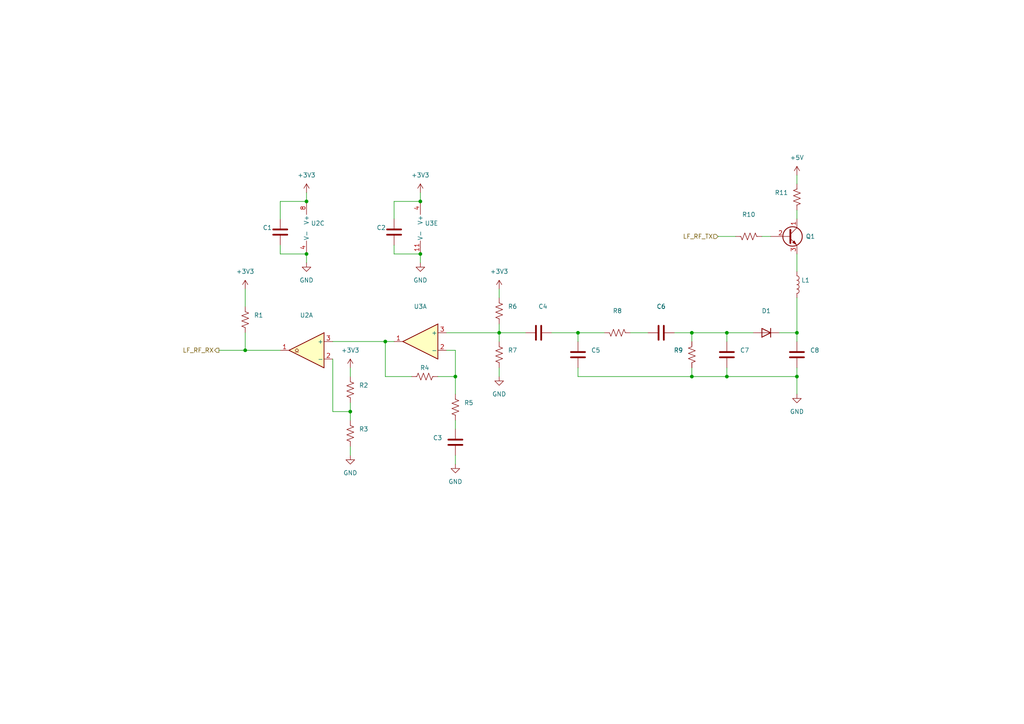
<source format=kicad_sch>
(kicad_sch (version 20211123) (generator eeschema)
  (paper "A4")
  (title_block (title "Labpass RFID Reader - Low Frquency RF"))
  (lib_symbols
    (symbol "Amplifier_Operational:LM324" (pin_names (offset 0.127))
      (property "Reference" "U" (at 0 5.08 0))
      (property "Value" "LM324" (at 0 -5.08 0))
      (symbol "LM324_1_1"
        (polyline (pts (xy -5.08 5.08) (xy 5.08 0) (xy -5.08 -5.08) (xy -5.08 5.08)) (stroke (width 0.254)) (fill (type background)))
        (pin output line (at 7.62 0 180) (length 2.54) (name "~") (number "1"))
        (pin input line (at -7.62 -2.54 0) (length 2.54) (name "-") (number "2"))
        (pin input line (at -7.62 2.54 0) (length 2.54) (name "+") (number "3"))
      )
      (symbol "LM324_2_1"
        (polyline (pts (xy -5.08 5.08) (xy 5.08 0) (xy -5.08 -5.08) (xy -5.08 5.08)) (stroke (width 0.254)) (fill (type background)))
        (pin input line (at -7.62 2.54 0) (length 2.54) (name "+") (number "5"))
        (pin input line (at -7.62 -2.54 0) (length 2.54) (name "-") (number "6"))
        (pin output line (at 7.62 0 180) (length 2.54) (name "~") (number "7"))
      )
      (symbol "LM324_3_1"
        (polyline (pts (xy -5.08 5.08) (xy 5.08 0) (xy -5.08 -5.08) (xy -5.08 5.08)) (stroke (width 0.254)) (fill (type background)))
        (pin input line (at -7.62 2.54 0) (length 2.54) (name "+") (number "10"))
        (pin output line (at 7.62 0 180) (length 2.54) (name "~") (number "8"))
        (pin input line (at -7.62 -2.54 0) (length 2.54) (name "-") (number "9"))
      )
      (symbol "LM324_4_1"
        (polyline (pts (xy -5.08 5.08) (xy 5.08 0) (xy -5.08 -5.08) (xy -5.08 5.08)) (stroke (width 0.254)) (fill (type background)))
        (pin input line (at -7.62 2.54 0) (length 2.54) (name "+") (number "12"))
        (pin input line (at -7.62 -2.54 0) (length 2.54) (name "-") (number "13"))
        (pin output line (at 7.62 0 180) (length 2.54) (name "~") (number "14"))
      )
      (symbol "LM324_5_1"
        (pin power_in line (at -2.54 -7.62 90) (length 3.81) (name "V-") (number "11"))
        (pin power_in line (at -2.54 7.62 270) (length 3.81) (name "V+") (number "4"))
      )
    )
    (symbol "Comparator:LM393" (pin_names (offset 0.127))
      (property "Reference" "U" (at 3.81 3.81 0))
      (property "Value" "LM393" (at 6.35 -3.81 0))
      (symbol "LM393_1_1"
        (polyline (pts (xy -5.08 5.08) (xy 5.08 0) (xy -5.08 -5.08) (xy -5.08 5.08)) (stroke (width 0.254)) (fill (type background)))
        (polyline (pts (xy 3.302 -0.508) (xy 2.794 -0.508) (xy 3.302 0) (xy 2.794 0.508) (xy 2.286 0) (xy 2.794 -0.508) (xy 2.286 -0.508)) (stroke (width 0.127)))
        (pin open_collector line (at 7.62 0 180) (length 2.54) (name "~") (number "1"))
        (pin input line (at -7.62 -2.54 0) (length 2.54) (name "-") (number "2"))
        (pin input line (at -7.62 2.54 0) (length 2.54) (name "+") (number "3"))
      )
      (symbol "LM393_2_1"
        (polyline (pts (xy -5.08 5.08) (xy 5.08 0) (xy -5.08 -5.08) (xy -5.08 5.08)) (stroke (width 0.254)) (fill (type background)))
        (polyline (pts (xy 3.302 -0.508) (xy 2.794 -0.508) (xy 3.302 0) (xy 2.794 0.508) (xy 2.286 0) (xy 2.794 -0.508) (xy 2.286 -0.508)) (stroke (width 0.127)))
        (pin input line (at -7.62 2.54 0) (length 2.54) (name "+") (number "5"))
        (pin input line (at -7.62 -2.54 0) (length 2.54) (name "_") (number "6"))
        (pin open_collector line (at 7.62 0 180) (length 2.54) (name "~") (number "7"))
      )
      (symbol "LM393_3_1"
        (pin power_in line (at -2.54 -7.62 90) (length 3.81) (name "V-") (number "4"))
        (pin power_in line (at -2.54 7.62 270) (length 3.81) (name "V+") (number "8"))
      )
    )
    (symbol "Device:C" (pin_numbers hide) (pin_names (offset 0.254))
      (property "Reference" "C" (at 0.635 2.54 0))
      (property "Value" "C" (at 0.635 -2.54 0))
      (symbol "C_0_1"
        (polyline (pts (xy -2.032 -0.762) (xy 2.032 -0.762)) (stroke (width 0.508)))
        (polyline (pts (xy -2.032 0.762) (xy 2.032 0.762)) (stroke (width 0.508)))
      )
      (symbol "C_1_1"
        (pin passive line (at 0 3.81 270) (length 2.794) (name "~") (number "1"))
        (pin passive line (at 0 -3.81 90) (length 2.794) (name "~") (number "2"))
      )
    )
    (symbol "Device:D" (pin_numbers hide) (pin_names (offset 1.016) hide)
      (property "Reference" "D" (at 0 2.54 0))
      (property "Value" "D" (at 0 -2.54 0))
      (symbol "D_0_1"
        (polyline (pts (xy -1.27 1.27) (xy -1.27 -1.27)) (stroke (width 0.254)))
        (polyline (pts (xy 1.27 0) (xy -1.27 0)))
        (polyline (pts (xy 1.27 1.27) (xy 1.27 -1.27) (xy -1.27 0) (xy 1.27 1.27)) (stroke (width 0.254)))
      )
      (symbol "D_1_1"
        (pin passive line (at -3.81 0 0) (length 2.54) (name "K") (number "1"))
        (pin passive line (at 3.81 0 180) (length 2.54) (name "A") (number "2"))
      )
    )
    (symbol "Device:L" (pin_numbers hide) (pin_names (offset 1.016) hide)
      (property "Reference" "L" (at -1.27 0 90))
      (property "Value" "L" (at 1.905 0 90))
      (symbol "L_0_1"
        (arc (start 0 -2.54) (mid 0.635 -1.905) (end 0 -1.27))
        (arc (start 0 -1.27) (mid 0.635 -0.635) (end 0 0))
        (arc (start 0 0) (mid 0.635 0.635) (end 0 1.27))
        (arc (start 0 1.27) (mid 0.635 1.905) (end 0 2.54))
      )
      (symbol "L_1_1"
        (pin passive line (at 0 3.81 270) (length 1.27) (name "1") (number "1"))
        (pin passive line (at 0 -3.81 90) (length 1.27) (name "2") (number "2"))
      )
    )
    (symbol "Device:Q_NPN_CBE" (pin_names (offset 0) hide)
      (property "Reference" "Q" (at 5.08 1.27 0))
      (property "Value" "Q_NPN_CBE" (at 5.08 -1.27 0))
      (symbol "Q_NPN_CBE_0_1"
        (polyline (pts (xy 0.635 0.635) (xy 2.54 2.54)))
        (polyline (pts (xy 0.635 -0.635) (xy 2.54 -2.54) (xy 2.54 -2.54)))
        (polyline (pts (xy 0.635 1.905) (xy 0.635 -1.905) (xy 0.635 -1.905)) (stroke (width 0.508)))
        (polyline (pts (xy 1.27 -1.778) (xy 1.778 -1.27) (xy 2.286 -2.286) (xy 1.27 -1.778) (xy 1.27 -1.778)) (fill (type outline)))
        (circle (center 1.27 0) (radius 2.8194) (stroke (width 0.254)))
      )
      (symbol "Q_NPN_CBE_1_1"
        (pin passive line (at 2.54 5.08 270) (length 2.54) (name "C") (number "1"))
        (pin input line (at -5.08 0 0) (length 5.715) (name "B") (number "2"))
        (pin passive line (at 2.54 -5.08 90) (length 2.54) (name "E") (number "3"))
      )
    )
    (symbol "Device:R_US" (pin_numbers hide) (pin_names (offset 0))
      (property "Reference" "R" (at 2.54 0 90))
      (property "Value" "R_US" (at -2.54 0 90))
      (symbol "R_US_0_1"
        (polyline (pts (xy 0 -2.286) (xy 0 -2.54)))
        (polyline (pts (xy 0 2.286) (xy 0 2.54)))
        (polyline (pts (xy 0 -0.762) (xy 1.016 -1.143) (xy 0 -1.524) (xy -1.016 -1.905) (xy 0 -2.286)))
        (polyline (pts (xy 0 0.762) (xy 1.016 0.381) (xy 0 0) (xy -1.016 -0.381) (xy 0 -0.762)))
        (polyline (pts (xy 0 2.286) (xy 1.016 1.905) (xy 0 1.524) (xy -1.016 1.143) (xy 0 0.762)))
      )
      (symbol "R_US_1_1"
        (pin passive line (at 0 3.81 270) (length 1.27) (name "~") (number "1"))
        (pin passive line (at 0 -3.81 90) (length 1.27) (name "~") (number "2"))
      )
    )
    (symbol "power:+3.3V" (power) (pin_names (offset 0))
      (property "Value" "+3.3V" (at 0 3.556 0))
      (symbol "+3.3V_0_1"
        (polyline (pts (xy -0.762 1.27) (xy 0 2.54)))
        (polyline (pts (xy 0 0) (xy 0 2.54)))
        (polyline (pts (xy 0 2.54) (xy 0.762 1.27)))
      )
      (symbol "+3.3V_1_1"
        (pin power_in line (at 0 0 90) (length 0) hide (name "+3V3") (number "1"))
      )
    )
    (symbol "power:+5V" (power) (pin_names (offset 0))
      (property "Value" "+5V" (at 0 3.556 0))
      (symbol "+5V_0_1"
        (polyline (pts (xy -0.762 1.27) (xy 0 2.54)))
        (polyline (pts (xy 0 0) (xy 0 2.54)))
        (polyline (pts (xy 0 2.54) (xy 0.762 1.27)))
      )
      (symbol "+5V_1_1"
        (pin power_in line (at 0 0 90) (length 0) hide (name "+5V") (number "1"))
      )
    )
    (symbol "power:GND" (power) (pin_names (offset 0))
      (property "Value" "GND" (at 0 -3.81 0))
      (symbol "GND_0_1"
        (polyline (pts (xy 0 0) (xy 0 -1.27) (xy 1.27 -1.27) (xy 0 -2.54) (xy -1.27 -1.27) (xy 0 -1.27)))
      )
      (symbol "GND_1_1"
        (pin power_in line (at 0 0 270) (length 0) hide (name "GND") (number "1"))
      )
    )
  )
  (junction (at 88.9 58.42))
  (junction (at 132.08 109.22))
  (junction (at 111.76 99.06))
  (junction (at 200.66 109.22))
  (junction (at 144.78 96.52))
  (junction (at 167.64 96.52))
  (junction (at 210.82 96.52))
  (junction (at 231.14 109.22))
  (junction (at 88.9 73.66))
  (junction (at 200.66 96.52))
  (junction (at 71.12 101.6))
  (junction (at 231.14 96.52))
  (junction (at 210.82 109.22))
  (junction (at 121.92 58.42))
  (junction (at 101.6 119.38))
  (junction (at 121.92 73.66))
  (wire (pts (xy 182.88 96.52) (xy 187.96 96.52)))
  (wire (pts (xy 111.76 99.06) (xy 111.76 109.22)))
  (wire (pts (xy 167.64 109.22) (xy 200.66 109.22)))
  (wire (pts (xy 121.92 55.88) (xy 121.92 58.42)))
  (wire (pts (xy 111.76 99.06) (xy 114.3 99.06)))
  (wire (pts (xy 81.28 71.12) (xy 81.28 73.66)))
  (wire (pts (xy 101.6 116.84) (xy 101.6 119.38)))
  (wire (pts (xy 81.28 58.42) (xy 88.9 58.42)))
  (wire (pts (xy 144.78 83.82) (xy 144.78 86.36)))
  (wire (pts (xy 71.12 83.82) (xy 71.12 88.9)))
  (wire (pts (xy 144.78 93.98) (xy 144.78 96.52)))
  (wire (pts (xy 210.82 106.68) (xy 210.82 109.22)))
  (wire (pts (xy 144.78 96.52) (xy 144.78 99.06)))
  (wire (pts (xy 101.6 129.54) (xy 101.6 132.08)))
  (wire (pts (xy 160.02 96.52) (xy 167.64 96.52)))
  (wire (pts (xy 81.28 73.66) (xy 88.9 73.66)))
  (wire (pts (xy 210.82 96.52) (xy 210.82 99.06)))
  (wire (pts (xy 200.66 109.22) (xy 210.82 109.22)))
  (wire (pts (xy 167.64 106.68) (xy 167.64 109.22)))
  (wire (pts (xy 81.28 101.6) (xy 71.12 101.6)))
  (wire (pts (xy 210.82 96.52) (xy 218.44 96.52)))
  (wire (pts (xy 101.6 106.68) (xy 101.6 109.22)))
  (wire (pts (xy 132.08 101.6) (xy 132.08 109.22)))
  (wire (pts (xy 129.54 96.52) (xy 144.78 96.52)))
  (wire (pts (xy 144.78 106.68) (xy 144.78 109.22)))
  (wire (pts (xy 231.14 86.36) (xy 231.14 96.52)))
  (wire (pts (xy 167.64 96.52) (xy 167.64 99.06)))
  (wire (pts (xy 132.08 109.22) (xy 127 109.22)))
  (wire (pts (xy 88.9 55.88) (xy 88.9 58.42)))
  (wire (pts (xy 96.52 99.06) (xy 111.76 99.06)))
  (wire (pts (xy 132.08 132.08) (xy 132.08 134.62)))
  (wire (pts (xy 231.14 96.52) (xy 231.14 99.06)))
  (wire (pts (xy 210.82 109.22) (xy 231.14 109.22)))
  (wire (pts (xy 200.66 96.52) (xy 210.82 96.52)))
  (wire (pts (xy 231.14 50.8) (xy 231.14 53.34)))
  (wire (pts (xy 175.26 96.52) (xy 167.64 96.52)))
  (wire (pts (xy 200.66 106.68) (xy 200.66 109.22)))
  (wire (pts (xy 121.92 58.42) (xy 114.3 58.42)))
  (wire (pts (xy 231.14 60.96) (xy 231.14 63.5)))
  (wire (pts (xy 71.12 96.52) (xy 71.12 101.6)))
  (wire (pts (xy 129.54 101.6) (xy 132.08 101.6)))
  (wire (pts (xy 96.52 104.14) (xy 96.52 119.38)))
  (wire (pts (xy 226.06 96.52) (xy 231.14 96.52)))
  (wire (pts (xy 231.14 106.68) (xy 231.14 109.22)))
  (wire (pts (xy 200.66 96.52) (xy 200.66 99.06)))
  (wire (pts (xy 119.38 109.22) (xy 111.76 109.22)))
  (wire (pts (xy 208.28 68.58) (xy 213.36 68.58)))
  (wire (pts (xy 220.98 68.58) (xy 223.52 68.58)))
  (wire (pts (xy 231.14 73.66) (xy 231.14 78.74)))
  (wire (pts (xy 195.58 96.52) (xy 200.66 96.52)))
  (wire (pts (xy 114.3 71.12) (xy 114.3 73.66)))
  (wire (pts (xy 96.52 119.38) (xy 101.6 119.38)))
  (wire (pts (xy 144.78 96.52) (xy 152.4 96.52)))
  (wire (pts (xy 114.3 58.42) (xy 114.3 63.5)))
  (wire (pts (xy 81.28 63.5) (xy 81.28 58.42)))
  (wire (pts (xy 132.08 109.22) (xy 132.08 114.3)))
  (wire (pts (xy 121.92 73.66) (xy 121.92 76.2)))
  (wire (pts (xy 101.6 119.38) (xy 101.6 121.92)))
  (wire (pts (xy 132.08 121.92) (xy 132.08 124.46)))
  (wire (pts (xy 231.14 109.22) (xy 231.14 114.3)))
  (wire (pts (xy 63.5 101.6) (xy 71.12 101.6)))
  (wire (pts (xy 88.9 73.66) (xy 88.9 76.2)))
  (wire (pts (xy 114.3 73.66) (xy 121.92 73.66)))
  (hierarchical_label "LF_RF_TX" (shape input) (at 208.28 68.58 180))
  (hierarchical_label "LF_RF_RX" (shape output) (at 63.5 101.6 180))
  (symbol (lib_id "Device:R_US") (at 144.78 102.87 0) (unit 1)
    (property "Reference" "R7" (at 147.32 101.6 0) (effects (justify left)))
  )
  (symbol (lib_id "Amplifier_Operational:LM324") (at 124.46 66.04 0) (unit 5)
    (property "Reference" "U3" (at 123.19 64.7699 0) (effects (justify left)))
    (property "Datasheet" "http://www.ti.com/lit/ds/symlink/lm2902-n.pdf" (effects hide))
  )
  (symbol (lib_id "power:+5V") (at 231.14 50.8 0) (unit 1)
    (property "Reference" "#PWR011" (effects hide))
  )
  (symbol (lib_id "Device:R_US") (at 179.07 96.52 90) (mirror x) (unit 1)
    (property "Reference" "R8" (at 179.07 90.17 90))
  )
  (symbol (lib_id "Device:R_US") (at 101.6 125.73 0) (unit 1)
    (property "Reference" "R3" (at 104.14 124.46 0) (effects (justify left)))
  )
  (symbol (lib_id "power:+3.3V") (at 121.92 55.88 0) (unit 1)
    (property "Reference" "#PWR06" (effects hide))
    (property "Value" "+3.3V" (at 121.92 50.8 0))
  )
  (symbol (lib_id "Device:C") (at 231.14 102.87 0) (mirror y) (unit 1)
    (property "Reference" "C8" (at 234.95 101.5999 0) (effects (justify right)))
  )
  (symbol (lib_id "Comparator:LM393") (at 91.44 66.04 0) (unit 3)
    (property "Reference" "U2" (at 90.17 64.7699 0) (effects (justify left)))
    (property "Datasheet" "http://www.ti.com/lit/ds/symlink/lm393.pdf" (effects hide))
  )
  (symbol (lib_id "Device:R_US") (at 217.17 68.58 90) (mirror x) (unit 1)
    (property "Reference" "R10" (at 217.17 62.23 90))
  )
  (symbol (lib_id "Comparator:LM393") (at 88.9 101.6 0) (mirror y) (unit 1)
    (property "Reference" "U2" (at 88.9 91.44 0))
    (property "Datasheet" "http://www.ti.com/lit/ds/symlink/lm393.pdf" (effects hide))
  )
  (symbol (lib_id "Device:C") (at 191.77 96.52 270) (mirror x) (unit 1)
    (property "Reference" "C6" (at 191.77 88.9 90))
  )
  (symbol (lib_id "Device:R_US") (at 123.19 109.22 270) (unit 1)
    (property "Reference" "R4" (at 123.19 106.68 90))
  )
  (symbol (lib_id "Device:C") (at 156.21 96.52 90) (unit 1)
    (property "Reference" "C4" (at 157.48 88.9 90))
  )
  (symbol (lib_id "Device:R_US") (at 71.12 92.71 0) (unit 1)
    (property "Reference" "R1" (at 73.66 91.44 0) (effects (justify left)))
  )
  (symbol (lib_id "Amplifier_Operational:LM324") (at 121.92 99.06 0) (mirror y) (unit 1)
    (property "Reference" "U3" (at 121.92 88.9 0))
    (property "Datasheet" "http://www.ti.com/lit/ds/symlink/lm2902-n.pdf" (effects hide))
  )
  (symbol (lib_id "Device:R_US") (at 231.14 57.15 0) (mirror x) (unit 1)
    (property "Reference" "R11" (at 228.6 55.8799 0) (effects (justify right)))
  )
  (symbol (lib_id "Device:C") (at 132.08 128.27 0) (mirror x) (unit 1)
    (property "Reference" "C3" (at 128.27 126.9999 0) (effects (justify right)))
  )
  (symbol (lib_id "Device:C") (at 167.64 102.87 0) (mirror y) (unit 1)
    (property "Reference" "C5" (at 171.45 101.5999 0) (effects (justify right)))
  )
  (symbol (lib_id "power:GND") (at 101.6 132.08 0) (unit 1)
    (property "Reference" "#PWR05" (effects hide))
  )
  (symbol (lib_id "Device:R_US") (at 200.66 102.87 0) (mirror x) (unit 1)
    (property "Reference" "R9" (at 198.12 101.5999 0) (effects (justify right)))
  )
  (symbol (lib_id "Device:L") (at 231.14 82.55 0) (unit 1)
    (property "Reference" "L1" (at 232.41 81.2799 0) (effects (justify left)))
  )
  (symbol (lib_id "Device:R_US") (at 144.78 90.17 0) (unit 1)
    (property "Reference" "R6" (at 147.32 88.9 0) (effects (justify left)))
  )
  (symbol (lib_id "power:GND") (at 88.9 76.2 0) (unit 1)
    (property "Reference" "#PWR03" (effects hide))
    (property "Value" "GND" (at 88.9 81.28 0))
  )
  (symbol (lib_id "power:+3.3V") (at 101.6 106.68 0) (unit 1)
    (property "Reference" "#PWR04" (effects hide))
  )
  (symbol (lib_id "Device:R_US") (at 132.08 118.11 0) (unit 1)
    (property "Reference" "R5" (at 134.62 116.84 0) (effects (justify left)))
  )
  (symbol (lib_id "Device:D") (at 222.25 96.52 180) (unit 1)
    (property "Reference" "D1" (at 222.25 90.17 0))
  )
  (symbol (lib_id "Device:Q_NPN_CBE") (at 228.6 68.58 0) (unit 1)
    (property "Reference" "Q1" (at 233.68 68.5799 0) (effects (justify left)))
  )
  (symbol (lib_id "Device:C") (at 114.3 67.31 180) (unit 1)
    (property "Reference" "C2" (at 109.22 66.04 0) (effects (justify right)))
  )
  (symbol (lib_id "Device:R_US") (at 101.6 113.03 0) (unit 1)
    (property "Reference" "R2" (at 104.14 111.76 0) (effects (justify left)))
  )
  (symbol (lib_id "power:GND") (at 144.78 109.22 0) (unit 1)
    (property "Reference" "#PWR010" (effects hide))
    (property "Value" "GND" (at 144.78 114.3 0))
  )
  (symbol (lib_id "power:+3.3V") (at 71.12 83.82 0) (unit 1)
    (property "Reference" "#PWR01" (effects hide))
    (property "Value" "+3.3V" (at 71.12 78.74 0))
  )
  (symbol (lib_id "Device:C") (at 210.82 102.87 0) (mirror y) (unit 1)
    (property "Reference" "C7" (at 214.63 101.5999 0) (effects (justify right)))
  )
  (symbol (lib_id "power:GND") (at 231.14 114.3 0) (unit 1)
    (property "Reference" "#PWR012" (effects hide))
    (property "Value" "GND" (at 231.14 119.38 0))
  )
  (symbol (lib_id "power:+3.3V") (at 144.78 83.82 0) (unit 1)
    (property "Reference" "#PWR09" (effects hide))
    (property "Value" "+3.3V" (at 144.78 78.74 0))
  )
  (symbol (lib_id "power:GND") (at 121.92 76.2 0) (unit 1)
    (property "Reference" "#PWR07" (effects hide))
    (property "Value" "GND" (at 121.92 81.28 0))
  )
  (symbol (lib_id "Device:C") (at 81.28 67.31 0) (mirror y) (unit 1)
    (property "Reference" "C1" (at 76.2 66.04 0) (effects (justify right)))
  )
  (symbol (lib_id "power:GND") (at 132.08 134.62 0) (unit 1)
    (property "Reference" "#PWR08" (effects hide))
    (property "Value" "GND" (at 132.08 139.7 0))
  )
  (symbol (lib_id "power:+3.3V") (at 88.9 55.88 0) (unit 1)
    (property "Reference" "#PWR02" (effects hide))
    (property "Value" "+3.3V" (at 88.9 50.8 0))
  )
)
</source>
